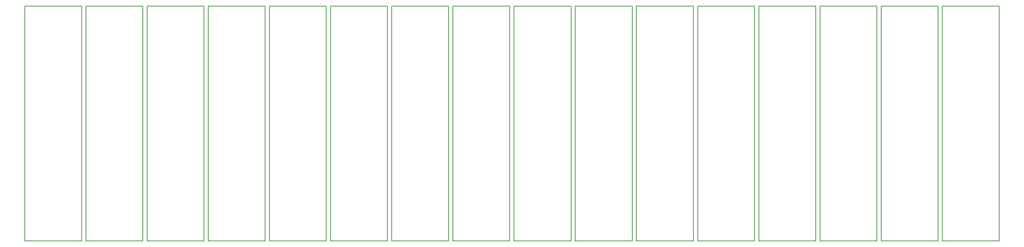
<source format=gbr>
G75*
G71*
%MOMM*%
%OFA0B0*%
%FSLAX53Y53*%
%IPPOS*%
%LPD*%
%ADD31C,0.10000*%
%ADD35C,0.15000*%
%LPD*%X0000000Y0000000D02*
%LPD*%
G01*
D31*
D35*
X0000000Y0055400D02*
X0000000Y0000000D01*
X0013400Y0055400D02*
X0000000Y0055400D01*
X0013400Y0000000D02*
X0013400Y0055400D01*
X0000000Y0000000D02*
X0013400Y0000000D01*
%LPD*%X0014400Y0000000D02*
%LPD*%
G01*
D31*
D35*
X0014400Y0055400D02*
X0014400Y0000000D01*
X0027800Y0055400D02*
X0014400Y0055400D01*
X0027800Y0000000D02*
X0027800Y0055400D01*
X0014400Y0000000D02*
X0027800Y0000000D01*
%LPD*%X0028800Y0000000D02*
%LPD*%
G01*
D31*
D35*
X0028800Y0055400D02*
X0028800Y0000000D01*
X0042200Y0055400D02*
X0028800Y0055400D01*
X0042200Y0000000D02*
X0042200Y0055400D01*
X0028800Y0000000D02*
X0042200Y0000000D01*
%LPD*%X0043200Y0000000D02*
%LPD*%
G01*
D31*
D35*
X0043200Y0055400D02*
X0043200Y0000000D01*
X0056600Y0055400D02*
X0043200Y0055400D01*
X0056600Y0000000D02*
X0056600Y0055400D01*
X0043200Y0000000D02*
X0056600Y0000000D01*
%LPD*%X0057600Y0000000D02*
%LPD*%
G01*
D31*
D35*
X0057600Y0055400D02*
X0057600Y0000000D01*
X0071000Y0055400D02*
X0057600Y0055400D01*
X0071000Y0000000D02*
X0071000Y0055400D01*
X0057600Y0000000D02*
X0071000Y0000000D01*
%LPD*%X0072000Y0000000D02*
%LPD*%
G01*
D31*
D35*
X0072000Y0055400D02*
X0072000Y0000000D01*
X0085400Y0055400D02*
X0072000Y0055400D01*
X0085400Y0000000D02*
X0085400Y0055400D01*
X0072000Y0000000D02*
X0085400Y0000000D01*
%LPD*%X0086400Y0000000D02*
%LPD*%
G01*
D31*
D35*
X0086400Y0055400D02*
X0086400Y0000000D01*
X0099800Y0055400D02*
X0086400Y0055400D01*
X0099800Y0000000D02*
X0099800Y0055400D01*
X0086400Y0000000D02*
X0099800Y0000000D01*
%LPD*%X0100800Y0000000D02*
%LPD*%
G01*
D31*
D35*
X0100800Y0055400D02*
X0100800Y0000000D01*
X0114200Y0055400D02*
X0100800Y0055400D01*
X0114200Y0000000D02*
X0114200Y0055400D01*
X0100800Y0000000D02*
X0114200Y0000000D01*
%LPD*%X0115200Y0000000D02*
%LPD*%
G01*
D31*
D35*
X0115200Y0055400D02*
X0115200Y0000000D01*
X0128600Y0055400D02*
X0115200Y0055400D01*
X0128600Y0000000D02*
X0128600Y0055400D01*
X0115200Y0000000D02*
X0128600Y0000000D01*
%LPD*%X0129600Y0000000D02*
%LPD*%
G01*
D31*
D35*
X0129600Y0055400D02*
X0129600Y0000000D01*
X0143000Y0055400D02*
X0129600Y0055400D01*
X0143000Y0000000D02*
X0143000Y0055400D01*
X0129600Y0000000D02*
X0143000Y0000000D01*
%LPD*%X0144000Y0000000D02*
%LPD*%
G01*
D31*
D35*
X0144000Y0055400D02*
X0144000Y0000000D01*
X0157400Y0055400D02*
X0144000Y0055400D01*
X0157400Y0000000D02*
X0157400Y0055400D01*
X0144000Y0000000D02*
X0157400Y0000000D01*
%LPD*%X0158400Y0000000D02*
%LPD*%
G01*
D31*
D35*
X0158400Y0055400D02*
X0158400Y0000000D01*
X0171800Y0055400D02*
X0158400Y0055400D01*
X0171800Y0000000D02*
X0171800Y0055400D01*
X0158400Y0000000D02*
X0171800Y0000000D01*
%LPD*%X0172800Y0000000D02*
%LPD*%
G01*
D31*
D35*
X0172800Y0055400D02*
X0172800Y0000000D01*
X0186200Y0055400D02*
X0172800Y0055400D01*
X0186200Y0000000D02*
X0186200Y0055400D01*
X0172800Y0000000D02*
X0186200Y0000000D01*
%LPD*%X0187200Y0000000D02*
%LPD*%
G01*
D31*
D35*
X0187200Y0055400D02*
X0187200Y0000000D01*
X0200600Y0055400D02*
X0187200Y0055400D01*
X0200600Y0000000D02*
X0200600Y0055400D01*
X0187200Y0000000D02*
X0200600Y0000000D01*
%LPD*%X0201600Y0000000D02*
%LPD*%
G01*
D31*
D35*
X0201600Y0055400D02*
X0201600Y0000000D01*
X0215000Y0055400D02*
X0201600Y0055400D01*
X0215000Y0000000D02*
X0215000Y0055400D01*
X0201600Y0000000D02*
X0215000Y0000000D01*
%LPD*%X0216000Y0000000D02*
%LPD*%
G01*
D31*
D35*
X0216000Y0055400D02*
X0216000Y0000000D01*
X0229400Y0055400D02*
X0216000Y0055400D01*
X0229400Y0000000D02*
X0229400Y0055400D01*
X0216000Y0000000D02*
X0229400Y0000000D01*
M02*

</source>
